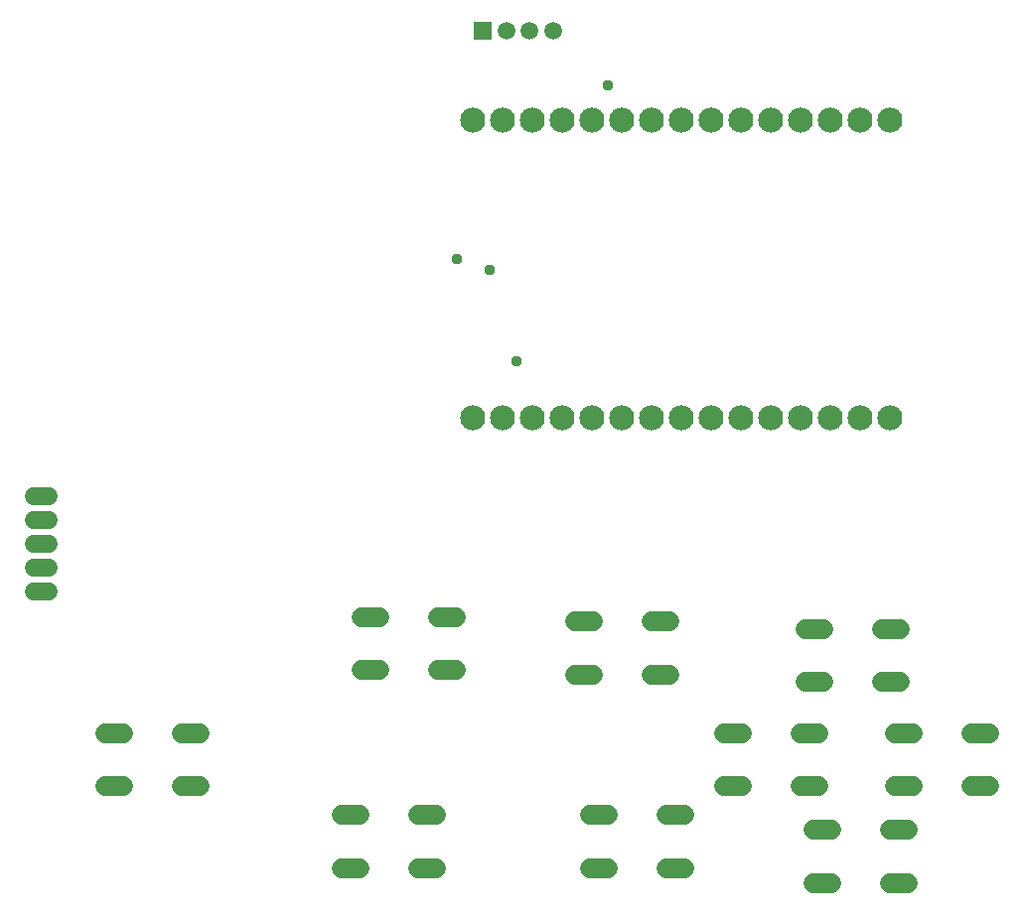
<source format=gbr>
G04 EAGLE Gerber RS-274X export*
G75*
%MOMM*%
%FSLAX34Y34*%
%LPD*%
%INSoldermask Top*%
%IPPOS*%
%AMOC8*
5,1,8,0,0,1.08239X$1,22.5*%
G01*
G04 Define Apertures*
%ADD10C,2.133600*%
%ADD11R,1.511200X1.511200*%
%ADD12C,1.511200*%
%ADD13C,1.727200*%
%ADD14C,1.524000*%
%ADD15C,0.959600*%
D10*
X787400Y488950D03*
X762000Y488950D03*
X736600Y488950D03*
X711200Y488950D03*
X685800Y488950D03*
X660400Y488950D03*
X635000Y488950D03*
X609600Y488950D03*
X584200Y488950D03*
X558800Y488950D03*
X533400Y488950D03*
X508000Y488950D03*
X482600Y488950D03*
X457200Y488950D03*
X431800Y488950D03*
X787400Y742950D03*
X762000Y742950D03*
X736600Y742950D03*
X711200Y742950D03*
X685800Y742950D03*
X660400Y742950D03*
X635000Y742950D03*
X609600Y742950D03*
X584200Y742950D03*
X558800Y742950D03*
X533400Y742950D03*
X508000Y742950D03*
X482600Y742950D03*
X457200Y742950D03*
X431800Y742950D03*
D11*
X439900Y819150D03*
D12*
X459900Y819150D03*
X479900Y819150D03*
X499900Y819150D03*
D13*
X133858Y219456D02*
X118618Y219456D01*
X183642Y219456D02*
X198882Y219456D01*
X133858Y174244D02*
X118618Y174244D01*
X183642Y174244D02*
X198882Y174244D01*
X336888Y318686D02*
X352128Y318686D01*
X401912Y318686D02*
X417152Y318686D01*
X352128Y273474D02*
X336888Y273474D01*
X401912Y273474D02*
X417152Y273474D01*
X518668Y314706D02*
X533908Y314706D01*
X583692Y314706D02*
X598932Y314706D01*
X533908Y269494D02*
X518668Y269494D01*
X583692Y269494D02*
X598932Y269494D01*
X335280Y149606D02*
X320040Y149606D01*
X385064Y149606D02*
X400304Y149606D01*
X335280Y104394D02*
X320040Y104394D01*
X385064Y104394D02*
X400304Y104394D01*
X531368Y149606D02*
X546608Y149606D01*
X596392Y149606D02*
X611632Y149606D01*
X546608Y104394D02*
X531368Y104394D01*
X596392Y104394D02*
X611632Y104394D01*
X715518Y308356D02*
X730758Y308356D01*
X780542Y308356D02*
X795782Y308356D01*
X730758Y263144D02*
X715518Y263144D01*
X780542Y263144D02*
X795782Y263144D01*
X660908Y219456D02*
X645668Y219456D01*
X710692Y219456D02*
X725932Y219456D01*
X660908Y174244D02*
X645668Y174244D01*
X710692Y174244D02*
X725932Y174244D01*
X791718Y219456D02*
X806958Y219456D01*
X856742Y219456D02*
X871982Y219456D01*
X806958Y174244D02*
X791718Y174244D01*
X856742Y174244D02*
X871982Y174244D01*
X737108Y136906D02*
X721868Y136906D01*
X786892Y136906D02*
X802132Y136906D01*
X737108Y91694D02*
X721868Y91694D01*
X786892Y91694D02*
X802132Y91694D01*
D14*
X70104Y340360D02*
X56896Y340360D01*
X56896Y360680D02*
X70104Y360680D01*
X70104Y381000D02*
X56896Y381000D01*
X56896Y401320D02*
X70104Y401320D01*
X70104Y421640D02*
X56896Y421640D01*
D15*
X546354Y772668D03*
X468630Y537210D03*
X445770Y614934D03*
X418338Y624078D03*
M02*

</source>
